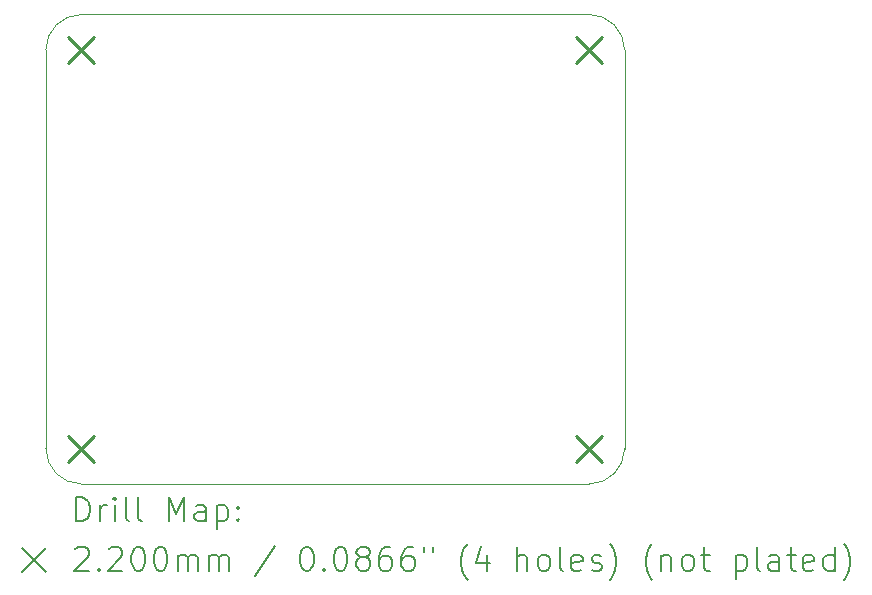
<source format=gbr>
%TF.GenerationSoftware,KiCad,Pcbnew,8.0.3-8.0.3-0~ubuntu22.04.1*%
%TF.CreationDate,2024-06-18T13:08:12+03:00*%
%TF.ProjectId,DoserDriver,446f7365-7244-4726-9976-65722e6b6963,rev?*%
%TF.SameCoordinates,Original*%
%TF.FileFunction,Drillmap*%
%TF.FilePolarity,Positive*%
%FSLAX45Y45*%
G04 Gerber Fmt 4.5, Leading zero omitted, Abs format (unit mm)*
G04 Created by KiCad (PCBNEW 8.0.3-8.0.3-0~ubuntu22.04.1) date 2024-06-18 13:08:12*
%MOMM*%
%LPD*%
G01*
G04 APERTURE LIST*
%ADD10C,0.050000*%
%ADD11C,0.200000*%
%ADD12C,0.220000*%
G04 APERTURE END LIST*
D10*
X5200000Y-7075000D02*
G75*
G02*
X4900000Y-6775000I0J300000D01*
G01*
X5200000Y-7075000D02*
X9500000Y-7075000D01*
X4900000Y-3400000D02*
G75*
G02*
X5200000Y-3100000I300000J0D01*
G01*
X9800000Y-6775000D02*
X9800000Y-3400000D01*
X9500000Y-3100000D02*
G75*
G02*
X9800000Y-3400000I0J-300000D01*
G01*
X9800000Y-6775000D02*
G75*
G02*
X9500000Y-7075000I-300000J0D01*
G01*
X4900000Y-3400000D02*
X4900000Y-6775000D01*
X9500000Y-3100000D02*
X5200000Y-3100000D01*
D11*
D12*
X5090000Y-3290000D02*
X5310000Y-3510000D01*
X5310000Y-3290000D02*
X5090000Y-3510000D01*
X5090000Y-6665000D02*
X5310000Y-6885000D01*
X5310000Y-6665000D02*
X5090000Y-6885000D01*
X9390000Y-3290000D02*
X9610000Y-3510000D01*
X9610000Y-3290000D02*
X9390000Y-3510000D01*
X9390000Y-6665000D02*
X9610000Y-6885000D01*
X9610000Y-6665000D02*
X9390000Y-6885000D01*
D11*
X5158277Y-7388984D02*
X5158277Y-7188984D01*
X5158277Y-7188984D02*
X5205896Y-7188984D01*
X5205896Y-7188984D02*
X5234467Y-7198508D01*
X5234467Y-7198508D02*
X5253515Y-7217555D01*
X5253515Y-7217555D02*
X5263039Y-7236603D01*
X5263039Y-7236603D02*
X5272563Y-7274698D01*
X5272563Y-7274698D02*
X5272563Y-7303269D01*
X5272563Y-7303269D02*
X5263039Y-7341365D01*
X5263039Y-7341365D02*
X5253515Y-7360412D01*
X5253515Y-7360412D02*
X5234467Y-7379460D01*
X5234467Y-7379460D02*
X5205896Y-7388984D01*
X5205896Y-7388984D02*
X5158277Y-7388984D01*
X5358277Y-7388984D02*
X5358277Y-7255650D01*
X5358277Y-7293746D02*
X5367801Y-7274698D01*
X5367801Y-7274698D02*
X5377324Y-7265174D01*
X5377324Y-7265174D02*
X5396372Y-7255650D01*
X5396372Y-7255650D02*
X5415420Y-7255650D01*
X5482086Y-7388984D02*
X5482086Y-7255650D01*
X5482086Y-7188984D02*
X5472563Y-7198508D01*
X5472563Y-7198508D02*
X5482086Y-7208031D01*
X5482086Y-7208031D02*
X5491610Y-7198508D01*
X5491610Y-7198508D02*
X5482086Y-7188984D01*
X5482086Y-7188984D02*
X5482086Y-7208031D01*
X5605896Y-7388984D02*
X5586848Y-7379460D01*
X5586848Y-7379460D02*
X5577324Y-7360412D01*
X5577324Y-7360412D02*
X5577324Y-7188984D01*
X5710658Y-7388984D02*
X5691610Y-7379460D01*
X5691610Y-7379460D02*
X5682086Y-7360412D01*
X5682086Y-7360412D02*
X5682086Y-7188984D01*
X5939229Y-7388984D02*
X5939229Y-7188984D01*
X5939229Y-7188984D02*
X6005896Y-7331841D01*
X6005896Y-7331841D02*
X6072562Y-7188984D01*
X6072562Y-7188984D02*
X6072562Y-7388984D01*
X6253515Y-7388984D02*
X6253515Y-7284222D01*
X6253515Y-7284222D02*
X6243991Y-7265174D01*
X6243991Y-7265174D02*
X6224943Y-7255650D01*
X6224943Y-7255650D02*
X6186848Y-7255650D01*
X6186848Y-7255650D02*
X6167801Y-7265174D01*
X6253515Y-7379460D02*
X6234467Y-7388984D01*
X6234467Y-7388984D02*
X6186848Y-7388984D01*
X6186848Y-7388984D02*
X6167801Y-7379460D01*
X6167801Y-7379460D02*
X6158277Y-7360412D01*
X6158277Y-7360412D02*
X6158277Y-7341365D01*
X6158277Y-7341365D02*
X6167801Y-7322317D01*
X6167801Y-7322317D02*
X6186848Y-7312793D01*
X6186848Y-7312793D02*
X6234467Y-7312793D01*
X6234467Y-7312793D02*
X6253515Y-7303269D01*
X6348753Y-7255650D02*
X6348753Y-7455650D01*
X6348753Y-7265174D02*
X6367801Y-7255650D01*
X6367801Y-7255650D02*
X6405896Y-7255650D01*
X6405896Y-7255650D02*
X6424943Y-7265174D01*
X6424943Y-7265174D02*
X6434467Y-7274698D01*
X6434467Y-7274698D02*
X6443991Y-7293746D01*
X6443991Y-7293746D02*
X6443991Y-7350888D01*
X6443991Y-7350888D02*
X6434467Y-7369936D01*
X6434467Y-7369936D02*
X6424943Y-7379460D01*
X6424943Y-7379460D02*
X6405896Y-7388984D01*
X6405896Y-7388984D02*
X6367801Y-7388984D01*
X6367801Y-7388984D02*
X6348753Y-7379460D01*
X6529705Y-7369936D02*
X6539229Y-7379460D01*
X6539229Y-7379460D02*
X6529705Y-7388984D01*
X6529705Y-7388984D02*
X6520182Y-7379460D01*
X6520182Y-7379460D02*
X6529705Y-7369936D01*
X6529705Y-7369936D02*
X6529705Y-7388984D01*
X6529705Y-7265174D02*
X6539229Y-7274698D01*
X6539229Y-7274698D02*
X6529705Y-7284222D01*
X6529705Y-7284222D02*
X6520182Y-7274698D01*
X6520182Y-7274698D02*
X6529705Y-7265174D01*
X6529705Y-7265174D02*
X6529705Y-7284222D01*
X4697500Y-7617500D02*
X4897500Y-7817500D01*
X4897500Y-7617500D02*
X4697500Y-7817500D01*
X5148753Y-7628031D02*
X5158277Y-7618508D01*
X5158277Y-7618508D02*
X5177324Y-7608984D01*
X5177324Y-7608984D02*
X5224944Y-7608984D01*
X5224944Y-7608984D02*
X5243991Y-7618508D01*
X5243991Y-7618508D02*
X5253515Y-7628031D01*
X5253515Y-7628031D02*
X5263039Y-7647079D01*
X5263039Y-7647079D02*
X5263039Y-7666127D01*
X5263039Y-7666127D02*
X5253515Y-7694698D01*
X5253515Y-7694698D02*
X5139229Y-7808984D01*
X5139229Y-7808984D02*
X5263039Y-7808984D01*
X5348753Y-7789936D02*
X5358277Y-7799460D01*
X5358277Y-7799460D02*
X5348753Y-7808984D01*
X5348753Y-7808984D02*
X5339229Y-7799460D01*
X5339229Y-7799460D02*
X5348753Y-7789936D01*
X5348753Y-7789936D02*
X5348753Y-7808984D01*
X5434467Y-7628031D02*
X5443991Y-7618508D01*
X5443991Y-7618508D02*
X5463039Y-7608984D01*
X5463039Y-7608984D02*
X5510658Y-7608984D01*
X5510658Y-7608984D02*
X5529705Y-7618508D01*
X5529705Y-7618508D02*
X5539229Y-7628031D01*
X5539229Y-7628031D02*
X5548753Y-7647079D01*
X5548753Y-7647079D02*
X5548753Y-7666127D01*
X5548753Y-7666127D02*
X5539229Y-7694698D01*
X5539229Y-7694698D02*
X5424944Y-7808984D01*
X5424944Y-7808984D02*
X5548753Y-7808984D01*
X5672562Y-7608984D02*
X5691610Y-7608984D01*
X5691610Y-7608984D02*
X5710658Y-7618508D01*
X5710658Y-7618508D02*
X5720182Y-7628031D01*
X5720182Y-7628031D02*
X5729705Y-7647079D01*
X5729705Y-7647079D02*
X5739229Y-7685174D01*
X5739229Y-7685174D02*
X5739229Y-7732793D01*
X5739229Y-7732793D02*
X5729705Y-7770888D01*
X5729705Y-7770888D02*
X5720182Y-7789936D01*
X5720182Y-7789936D02*
X5710658Y-7799460D01*
X5710658Y-7799460D02*
X5691610Y-7808984D01*
X5691610Y-7808984D02*
X5672562Y-7808984D01*
X5672562Y-7808984D02*
X5653515Y-7799460D01*
X5653515Y-7799460D02*
X5643991Y-7789936D01*
X5643991Y-7789936D02*
X5634467Y-7770888D01*
X5634467Y-7770888D02*
X5624943Y-7732793D01*
X5624943Y-7732793D02*
X5624943Y-7685174D01*
X5624943Y-7685174D02*
X5634467Y-7647079D01*
X5634467Y-7647079D02*
X5643991Y-7628031D01*
X5643991Y-7628031D02*
X5653515Y-7618508D01*
X5653515Y-7618508D02*
X5672562Y-7608984D01*
X5863039Y-7608984D02*
X5882086Y-7608984D01*
X5882086Y-7608984D02*
X5901134Y-7618508D01*
X5901134Y-7618508D02*
X5910658Y-7628031D01*
X5910658Y-7628031D02*
X5920182Y-7647079D01*
X5920182Y-7647079D02*
X5929705Y-7685174D01*
X5929705Y-7685174D02*
X5929705Y-7732793D01*
X5929705Y-7732793D02*
X5920182Y-7770888D01*
X5920182Y-7770888D02*
X5910658Y-7789936D01*
X5910658Y-7789936D02*
X5901134Y-7799460D01*
X5901134Y-7799460D02*
X5882086Y-7808984D01*
X5882086Y-7808984D02*
X5863039Y-7808984D01*
X5863039Y-7808984D02*
X5843991Y-7799460D01*
X5843991Y-7799460D02*
X5834467Y-7789936D01*
X5834467Y-7789936D02*
X5824943Y-7770888D01*
X5824943Y-7770888D02*
X5815420Y-7732793D01*
X5815420Y-7732793D02*
X5815420Y-7685174D01*
X5815420Y-7685174D02*
X5824943Y-7647079D01*
X5824943Y-7647079D02*
X5834467Y-7628031D01*
X5834467Y-7628031D02*
X5843991Y-7618508D01*
X5843991Y-7618508D02*
X5863039Y-7608984D01*
X6015420Y-7808984D02*
X6015420Y-7675650D01*
X6015420Y-7694698D02*
X6024943Y-7685174D01*
X6024943Y-7685174D02*
X6043991Y-7675650D01*
X6043991Y-7675650D02*
X6072563Y-7675650D01*
X6072563Y-7675650D02*
X6091610Y-7685174D01*
X6091610Y-7685174D02*
X6101134Y-7704222D01*
X6101134Y-7704222D02*
X6101134Y-7808984D01*
X6101134Y-7704222D02*
X6110658Y-7685174D01*
X6110658Y-7685174D02*
X6129705Y-7675650D01*
X6129705Y-7675650D02*
X6158277Y-7675650D01*
X6158277Y-7675650D02*
X6177324Y-7685174D01*
X6177324Y-7685174D02*
X6186848Y-7704222D01*
X6186848Y-7704222D02*
X6186848Y-7808984D01*
X6282086Y-7808984D02*
X6282086Y-7675650D01*
X6282086Y-7694698D02*
X6291610Y-7685174D01*
X6291610Y-7685174D02*
X6310658Y-7675650D01*
X6310658Y-7675650D02*
X6339229Y-7675650D01*
X6339229Y-7675650D02*
X6358277Y-7685174D01*
X6358277Y-7685174D02*
X6367801Y-7704222D01*
X6367801Y-7704222D02*
X6367801Y-7808984D01*
X6367801Y-7704222D02*
X6377324Y-7685174D01*
X6377324Y-7685174D02*
X6396372Y-7675650D01*
X6396372Y-7675650D02*
X6424943Y-7675650D01*
X6424943Y-7675650D02*
X6443991Y-7685174D01*
X6443991Y-7685174D02*
X6453515Y-7704222D01*
X6453515Y-7704222D02*
X6453515Y-7808984D01*
X6843991Y-7599460D02*
X6672563Y-7856603D01*
X7101134Y-7608984D02*
X7120182Y-7608984D01*
X7120182Y-7608984D02*
X7139229Y-7618508D01*
X7139229Y-7618508D02*
X7148753Y-7628031D01*
X7148753Y-7628031D02*
X7158277Y-7647079D01*
X7158277Y-7647079D02*
X7167801Y-7685174D01*
X7167801Y-7685174D02*
X7167801Y-7732793D01*
X7167801Y-7732793D02*
X7158277Y-7770888D01*
X7158277Y-7770888D02*
X7148753Y-7789936D01*
X7148753Y-7789936D02*
X7139229Y-7799460D01*
X7139229Y-7799460D02*
X7120182Y-7808984D01*
X7120182Y-7808984D02*
X7101134Y-7808984D01*
X7101134Y-7808984D02*
X7082086Y-7799460D01*
X7082086Y-7799460D02*
X7072563Y-7789936D01*
X7072563Y-7789936D02*
X7063039Y-7770888D01*
X7063039Y-7770888D02*
X7053515Y-7732793D01*
X7053515Y-7732793D02*
X7053515Y-7685174D01*
X7053515Y-7685174D02*
X7063039Y-7647079D01*
X7063039Y-7647079D02*
X7072563Y-7628031D01*
X7072563Y-7628031D02*
X7082086Y-7618508D01*
X7082086Y-7618508D02*
X7101134Y-7608984D01*
X7253515Y-7789936D02*
X7263039Y-7799460D01*
X7263039Y-7799460D02*
X7253515Y-7808984D01*
X7253515Y-7808984D02*
X7243991Y-7799460D01*
X7243991Y-7799460D02*
X7253515Y-7789936D01*
X7253515Y-7789936D02*
X7253515Y-7808984D01*
X7386848Y-7608984D02*
X7405896Y-7608984D01*
X7405896Y-7608984D02*
X7424944Y-7618508D01*
X7424944Y-7618508D02*
X7434467Y-7628031D01*
X7434467Y-7628031D02*
X7443991Y-7647079D01*
X7443991Y-7647079D02*
X7453515Y-7685174D01*
X7453515Y-7685174D02*
X7453515Y-7732793D01*
X7453515Y-7732793D02*
X7443991Y-7770888D01*
X7443991Y-7770888D02*
X7434467Y-7789936D01*
X7434467Y-7789936D02*
X7424944Y-7799460D01*
X7424944Y-7799460D02*
X7405896Y-7808984D01*
X7405896Y-7808984D02*
X7386848Y-7808984D01*
X7386848Y-7808984D02*
X7367801Y-7799460D01*
X7367801Y-7799460D02*
X7358277Y-7789936D01*
X7358277Y-7789936D02*
X7348753Y-7770888D01*
X7348753Y-7770888D02*
X7339229Y-7732793D01*
X7339229Y-7732793D02*
X7339229Y-7685174D01*
X7339229Y-7685174D02*
X7348753Y-7647079D01*
X7348753Y-7647079D02*
X7358277Y-7628031D01*
X7358277Y-7628031D02*
X7367801Y-7618508D01*
X7367801Y-7618508D02*
X7386848Y-7608984D01*
X7567801Y-7694698D02*
X7548753Y-7685174D01*
X7548753Y-7685174D02*
X7539229Y-7675650D01*
X7539229Y-7675650D02*
X7529706Y-7656603D01*
X7529706Y-7656603D02*
X7529706Y-7647079D01*
X7529706Y-7647079D02*
X7539229Y-7628031D01*
X7539229Y-7628031D02*
X7548753Y-7618508D01*
X7548753Y-7618508D02*
X7567801Y-7608984D01*
X7567801Y-7608984D02*
X7605896Y-7608984D01*
X7605896Y-7608984D02*
X7624944Y-7618508D01*
X7624944Y-7618508D02*
X7634467Y-7628031D01*
X7634467Y-7628031D02*
X7643991Y-7647079D01*
X7643991Y-7647079D02*
X7643991Y-7656603D01*
X7643991Y-7656603D02*
X7634467Y-7675650D01*
X7634467Y-7675650D02*
X7624944Y-7685174D01*
X7624944Y-7685174D02*
X7605896Y-7694698D01*
X7605896Y-7694698D02*
X7567801Y-7694698D01*
X7567801Y-7694698D02*
X7548753Y-7704222D01*
X7548753Y-7704222D02*
X7539229Y-7713746D01*
X7539229Y-7713746D02*
X7529706Y-7732793D01*
X7529706Y-7732793D02*
X7529706Y-7770888D01*
X7529706Y-7770888D02*
X7539229Y-7789936D01*
X7539229Y-7789936D02*
X7548753Y-7799460D01*
X7548753Y-7799460D02*
X7567801Y-7808984D01*
X7567801Y-7808984D02*
X7605896Y-7808984D01*
X7605896Y-7808984D02*
X7624944Y-7799460D01*
X7624944Y-7799460D02*
X7634467Y-7789936D01*
X7634467Y-7789936D02*
X7643991Y-7770888D01*
X7643991Y-7770888D02*
X7643991Y-7732793D01*
X7643991Y-7732793D02*
X7634467Y-7713746D01*
X7634467Y-7713746D02*
X7624944Y-7704222D01*
X7624944Y-7704222D02*
X7605896Y-7694698D01*
X7815420Y-7608984D02*
X7777325Y-7608984D01*
X7777325Y-7608984D02*
X7758277Y-7618508D01*
X7758277Y-7618508D02*
X7748753Y-7628031D01*
X7748753Y-7628031D02*
X7729706Y-7656603D01*
X7729706Y-7656603D02*
X7720182Y-7694698D01*
X7720182Y-7694698D02*
X7720182Y-7770888D01*
X7720182Y-7770888D02*
X7729706Y-7789936D01*
X7729706Y-7789936D02*
X7739229Y-7799460D01*
X7739229Y-7799460D02*
X7758277Y-7808984D01*
X7758277Y-7808984D02*
X7796372Y-7808984D01*
X7796372Y-7808984D02*
X7815420Y-7799460D01*
X7815420Y-7799460D02*
X7824944Y-7789936D01*
X7824944Y-7789936D02*
X7834467Y-7770888D01*
X7834467Y-7770888D02*
X7834467Y-7723269D01*
X7834467Y-7723269D02*
X7824944Y-7704222D01*
X7824944Y-7704222D02*
X7815420Y-7694698D01*
X7815420Y-7694698D02*
X7796372Y-7685174D01*
X7796372Y-7685174D02*
X7758277Y-7685174D01*
X7758277Y-7685174D02*
X7739229Y-7694698D01*
X7739229Y-7694698D02*
X7729706Y-7704222D01*
X7729706Y-7704222D02*
X7720182Y-7723269D01*
X8005896Y-7608984D02*
X7967801Y-7608984D01*
X7967801Y-7608984D02*
X7948753Y-7618508D01*
X7948753Y-7618508D02*
X7939229Y-7628031D01*
X7939229Y-7628031D02*
X7920182Y-7656603D01*
X7920182Y-7656603D02*
X7910658Y-7694698D01*
X7910658Y-7694698D02*
X7910658Y-7770888D01*
X7910658Y-7770888D02*
X7920182Y-7789936D01*
X7920182Y-7789936D02*
X7929706Y-7799460D01*
X7929706Y-7799460D02*
X7948753Y-7808984D01*
X7948753Y-7808984D02*
X7986848Y-7808984D01*
X7986848Y-7808984D02*
X8005896Y-7799460D01*
X8005896Y-7799460D02*
X8015420Y-7789936D01*
X8015420Y-7789936D02*
X8024944Y-7770888D01*
X8024944Y-7770888D02*
X8024944Y-7723269D01*
X8024944Y-7723269D02*
X8015420Y-7704222D01*
X8015420Y-7704222D02*
X8005896Y-7694698D01*
X8005896Y-7694698D02*
X7986848Y-7685174D01*
X7986848Y-7685174D02*
X7948753Y-7685174D01*
X7948753Y-7685174D02*
X7929706Y-7694698D01*
X7929706Y-7694698D02*
X7920182Y-7704222D01*
X7920182Y-7704222D02*
X7910658Y-7723269D01*
X8101134Y-7608984D02*
X8101134Y-7647079D01*
X8177325Y-7608984D02*
X8177325Y-7647079D01*
X8472563Y-7885174D02*
X8463039Y-7875650D01*
X8463039Y-7875650D02*
X8443991Y-7847079D01*
X8443991Y-7847079D02*
X8434468Y-7828031D01*
X8434468Y-7828031D02*
X8424944Y-7799460D01*
X8424944Y-7799460D02*
X8415420Y-7751841D01*
X8415420Y-7751841D02*
X8415420Y-7713746D01*
X8415420Y-7713746D02*
X8424944Y-7666127D01*
X8424944Y-7666127D02*
X8434468Y-7637555D01*
X8434468Y-7637555D02*
X8443991Y-7618508D01*
X8443991Y-7618508D02*
X8463039Y-7589936D01*
X8463039Y-7589936D02*
X8472563Y-7580412D01*
X8634468Y-7675650D02*
X8634468Y-7808984D01*
X8586849Y-7599460D02*
X8539230Y-7742317D01*
X8539230Y-7742317D02*
X8663039Y-7742317D01*
X8891611Y-7808984D02*
X8891611Y-7608984D01*
X8977325Y-7808984D02*
X8977325Y-7704222D01*
X8977325Y-7704222D02*
X8967801Y-7685174D01*
X8967801Y-7685174D02*
X8948753Y-7675650D01*
X8948753Y-7675650D02*
X8920182Y-7675650D01*
X8920182Y-7675650D02*
X8901134Y-7685174D01*
X8901134Y-7685174D02*
X8891611Y-7694698D01*
X9101134Y-7808984D02*
X9082087Y-7799460D01*
X9082087Y-7799460D02*
X9072563Y-7789936D01*
X9072563Y-7789936D02*
X9063039Y-7770888D01*
X9063039Y-7770888D02*
X9063039Y-7713746D01*
X9063039Y-7713746D02*
X9072563Y-7694698D01*
X9072563Y-7694698D02*
X9082087Y-7685174D01*
X9082087Y-7685174D02*
X9101134Y-7675650D01*
X9101134Y-7675650D02*
X9129706Y-7675650D01*
X9129706Y-7675650D02*
X9148753Y-7685174D01*
X9148753Y-7685174D02*
X9158277Y-7694698D01*
X9158277Y-7694698D02*
X9167801Y-7713746D01*
X9167801Y-7713746D02*
X9167801Y-7770888D01*
X9167801Y-7770888D02*
X9158277Y-7789936D01*
X9158277Y-7789936D02*
X9148753Y-7799460D01*
X9148753Y-7799460D02*
X9129706Y-7808984D01*
X9129706Y-7808984D02*
X9101134Y-7808984D01*
X9282087Y-7808984D02*
X9263039Y-7799460D01*
X9263039Y-7799460D02*
X9253515Y-7780412D01*
X9253515Y-7780412D02*
X9253515Y-7608984D01*
X9434468Y-7799460D02*
X9415420Y-7808984D01*
X9415420Y-7808984D02*
X9377325Y-7808984D01*
X9377325Y-7808984D02*
X9358277Y-7799460D01*
X9358277Y-7799460D02*
X9348753Y-7780412D01*
X9348753Y-7780412D02*
X9348753Y-7704222D01*
X9348753Y-7704222D02*
X9358277Y-7685174D01*
X9358277Y-7685174D02*
X9377325Y-7675650D01*
X9377325Y-7675650D02*
X9415420Y-7675650D01*
X9415420Y-7675650D02*
X9434468Y-7685174D01*
X9434468Y-7685174D02*
X9443992Y-7704222D01*
X9443992Y-7704222D02*
X9443992Y-7723269D01*
X9443992Y-7723269D02*
X9348753Y-7742317D01*
X9520182Y-7799460D02*
X9539230Y-7808984D01*
X9539230Y-7808984D02*
X9577325Y-7808984D01*
X9577325Y-7808984D02*
X9596373Y-7799460D01*
X9596373Y-7799460D02*
X9605896Y-7780412D01*
X9605896Y-7780412D02*
X9605896Y-7770888D01*
X9605896Y-7770888D02*
X9596373Y-7751841D01*
X9596373Y-7751841D02*
X9577325Y-7742317D01*
X9577325Y-7742317D02*
X9548753Y-7742317D01*
X9548753Y-7742317D02*
X9529706Y-7732793D01*
X9529706Y-7732793D02*
X9520182Y-7713746D01*
X9520182Y-7713746D02*
X9520182Y-7704222D01*
X9520182Y-7704222D02*
X9529706Y-7685174D01*
X9529706Y-7685174D02*
X9548753Y-7675650D01*
X9548753Y-7675650D02*
X9577325Y-7675650D01*
X9577325Y-7675650D02*
X9596373Y-7685174D01*
X9672563Y-7885174D02*
X9682087Y-7875650D01*
X9682087Y-7875650D02*
X9701134Y-7847079D01*
X9701134Y-7847079D02*
X9710658Y-7828031D01*
X9710658Y-7828031D02*
X9720182Y-7799460D01*
X9720182Y-7799460D02*
X9729706Y-7751841D01*
X9729706Y-7751841D02*
X9729706Y-7713746D01*
X9729706Y-7713746D02*
X9720182Y-7666127D01*
X9720182Y-7666127D02*
X9710658Y-7637555D01*
X9710658Y-7637555D02*
X9701134Y-7618508D01*
X9701134Y-7618508D02*
X9682087Y-7589936D01*
X9682087Y-7589936D02*
X9672563Y-7580412D01*
X10034468Y-7885174D02*
X10024944Y-7875650D01*
X10024944Y-7875650D02*
X10005896Y-7847079D01*
X10005896Y-7847079D02*
X9996373Y-7828031D01*
X9996373Y-7828031D02*
X9986849Y-7799460D01*
X9986849Y-7799460D02*
X9977325Y-7751841D01*
X9977325Y-7751841D02*
X9977325Y-7713746D01*
X9977325Y-7713746D02*
X9986849Y-7666127D01*
X9986849Y-7666127D02*
X9996373Y-7637555D01*
X9996373Y-7637555D02*
X10005896Y-7618508D01*
X10005896Y-7618508D02*
X10024944Y-7589936D01*
X10024944Y-7589936D02*
X10034468Y-7580412D01*
X10110658Y-7675650D02*
X10110658Y-7808984D01*
X10110658Y-7694698D02*
X10120182Y-7685174D01*
X10120182Y-7685174D02*
X10139230Y-7675650D01*
X10139230Y-7675650D02*
X10167801Y-7675650D01*
X10167801Y-7675650D02*
X10186849Y-7685174D01*
X10186849Y-7685174D02*
X10196373Y-7704222D01*
X10196373Y-7704222D02*
X10196373Y-7808984D01*
X10320182Y-7808984D02*
X10301134Y-7799460D01*
X10301134Y-7799460D02*
X10291611Y-7789936D01*
X10291611Y-7789936D02*
X10282087Y-7770888D01*
X10282087Y-7770888D02*
X10282087Y-7713746D01*
X10282087Y-7713746D02*
X10291611Y-7694698D01*
X10291611Y-7694698D02*
X10301134Y-7685174D01*
X10301134Y-7685174D02*
X10320182Y-7675650D01*
X10320182Y-7675650D02*
X10348754Y-7675650D01*
X10348754Y-7675650D02*
X10367801Y-7685174D01*
X10367801Y-7685174D02*
X10377325Y-7694698D01*
X10377325Y-7694698D02*
X10386849Y-7713746D01*
X10386849Y-7713746D02*
X10386849Y-7770888D01*
X10386849Y-7770888D02*
X10377325Y-7789936D01*
X10377325Y-7789936D02*
X10367801Y-7799460D01*
X10367801Y-7799460D02*
X10348754Y-7808984D01*
X10348754Y-7808984D02*
X10320182Y-7808984D01*
X10443992Y-7675650D02*
X10520182Y-7675650D01*
X10472563Y-7608984D02*
X10472563Y-7780412D01*
X10472563Y-7780412D02*
X10482087Y-7799460D01*
X10482087Y-7799460D02*
X10501134Y-7808984D01*
X10501134Y-7808984D02*
X10520182Y-7808984D01*
X10739230Y-7675650D02*
X10739230Y-7875650D01*
X10739230Y-7685174D02*
X10758277Y-7675650D01*
X10758277Y-7675650D02*
X10796373Y-7675650D01*
X10796373Y-7675650D02*
X10815420Y-7685174D01*
X10815420Y-7685174D02*
X10824944Y-7694698D01*
X10824944Y-7694698D02*
X10834468Y-7713746D01*
X10834468Y-7713746D02*
X10834468Y-7770888D01*
X10834468Y-7770888D02*
X10824944Y-7789936D01*
X10824944Y-7789936D02*
X10815420Y-7799460D01*
X10815420Y-7799460D02*
X10796373Y-7808984D01*
X10796373Y-7808984D02*
X10758277Y-7808984D01*
X10758277Y-7808984D02*
X10739230Y-7799460D01*
X10948754Y-7808984D02*
X10929706Y-7799460D01*
X10929706Y-7799460D02*
X10920182Y-7780412D01*
X10920182Y-7780412D02*
X10920182Y-7608984D01*
X11110658Y-7808984D02*
X11110658Y-7704222D01*
X11110658Y-7704222D02*
X11101135Y-7685174D01*
X11101135Y-7685174D02*
X11082087Y-7675650D01*
X11082087Y-7675650D02*
X11043992Y-7675650D01*
X11043992Y-7675650D02*
X11024944Y-7685174D01*
X11110658Y-7799460D02*
X11091611Y-7808984D01*
X11091611Y-7808984D02*
X11043992Y-7808984D01*
X11043992Y-7808984D02*
X11024944Y-7799460D01*
X11024944Y-7799460D02*
X11015420Y-7780412D01*
X11015420Y-7780412D02*
X11015420Y-7761365D01*
X11015420Y-7761365D02*
X11024944Y-7742317D01*
X11024944Y-7742317D02*
X11043992Y-7732793D01*
X11043992Y-7732793D02*
X11091611Y-7732793D01*
X11091611Y-7732793D02*
X11110658Y-7723269D01*
X11177325Y-7675650D02*
X11253515Y-7675650D01*
X11205896Y-7608984D02*
X11205896Y-7780412D01*
X11205896Y-7780412D02*
X11215420Y-7799460D01*
X11215420Y-7799460D02*
X11234468Y-7808984D01*
X11234468Y-7808984D02*
X11253515Y-7808984D01*
X11396373Y-7799460D02*
X11377325Y-7808984D01*
X11377325Y-7808984D02*
X11339230Y-7808984D01*
X11339230Y-7808984D02*
X11320182Y-7799460D01*
X11320182Y-7799460D02*
X11310658Y-7780412D01*
X11310658Y-7780412D02*
X11310658Y-7704222D01*
X11310658Y-7704222D02*
X11320182Y-7685174D01*
X11320182Y-7685174D02*
X11339230Y-7675650D01*
X11339230Y-7675650D02*
X11377325Y-7675650D01*
X11377325Y-7675650D02*
X11396373Y-7685174D01*
X11396373Y-7685174D02*
X11405896Y-7704222D01*
X11405896Y-7704222D02*
X11405896Y-7723269D01*
X11405896Y-7723269D02*
X11310658Y-7742317D01*
X11577325Y-7808984D02*
X11577325Y-7608984D01*
X11577325Y-7799460D02*
X11558277Y-7808984D01*
X11558277Y-7808984D02*
X11520182Y-7808984D01*
X11520182Y-7808984D02*
X11501134Y-7799460D01*
X11501134Y-7799460D02*
X11491611Y-7789936D01*
X11491611Y-7789936D02*
X11482087Y-7770888D01*
X11482087Y-7770888D02*
X11482087Y-7713746D01*
X11482087Y-7713746D02*
X11491611Y-7694698D01*
X11491611Y-7694698D02*
X11501134Y-7685174D01*
X11501134Y-7685174D02*
X11520182Y-7675650D01*
X11520182Y-7675650D02*
X11558277Y-7675650D01*
X11558277Y-7675650D02*
X11577325Y-7685174D01*
X11653515Y-7885174D02*
X11663039Y-7875650D01*
X11663039Y-7875650D02*
X11682087Y-7847079D01*
X11682087Y-7847079D02*
X11691611Y-7828031D01*
X11691611Y-7828031D02*
X11701134Y-7799460D01*
X11701134Y-7799460D02*
X11710658Y-7751841D01*
X11710658Y-7751841D02*
X11710658Y-7713746D01*
X11710658Y-7713746D02*
X11701134Y-7666127D01*
X11701134Y-7666127D02*
X11691611Y-7637555D01*
X11691611Y-7637555D02*
X11682087Y-7618508D01*
X11682087Y-7618508D02*
X11663039Y-7589936D01*
X11663039Y-7589936D02*
X11653515Y-7580412D01*
M02*

</source>
